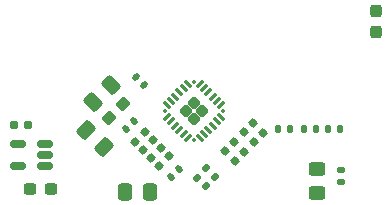
<source format=gtp>
G04 #@! TF.GenerationSoftware,KiCad,Pcbnew,9.0.4*
G04 #@! TF.CreationDate,2025-08-20T18:41:51-04:00*
G04 #@! TF.ProjectId,tac5212_audio_board_single_ended,74616335-3231-4325-9f61-7564696f5f62,rev?*
G04 #@! TF.SameCoordinates,Original*
G04 #@! TF.FileFunction,Paste,Top*
G04 #@! TF.FilePolarity,Positive*
%FSLAX46Y46*%
G04 Gerber Fmt 4.6, Leading zero omitted, Abs format (unit mm)*
G04 Created by KiCad (PCBNEW 9.0.4) date 2025-08-20 18:41:51*
%MOMM*%
%LPD*%
G01*
G04 APERTURE LIST*
G04 Aperture macros list*
%AMRoundRect*
0 Rectangle with rounded corners*
0 $1 Rounding radius*
0 $2 $3 $4 $5 $6 $7 $8 $9 X,Y pos of 4 corners*
0 Add a 4 corners polygon primitive as box body*
4,1,4,$2,$3,$4,$5,$6,$7,$8,$9,$2,$3,0*
0 Add four circle primitives for the rounded corners*
1,1,$1+$1,$2,$3*
1,1,$1+$1,$4,$5*
1,1,$1+$1,$6,$7*
1,1,$1+$1,$8,$9*
0 Add four rect primitives between the rounded corners*
20,1,$1+$1,$2,$3,$4,$5,0*
20,1,$1+$1,$4,$5,$6,$7,0*
20,1,$1+$1,$6,$7,$8,$9,0*
20,1,$1+$1,$8,$9,$2,$3,0*%
%AMFreePoly0*
4,1,25,0.251037,0.433748,0.282717,0.409439,0.409439,0.282717,0.449030,0.214145,0.454242,0.174554,0.454242,-0.174554,0.433748,-0.251037,0.409439,-0.282717,0.282717,-0.409439,0.214145,-0.449030,0.174554,-0.454242,-0.174554,-0.454242,-0.251037,-0.433748,-0.282717,-0.409439,-0.409439,-0.282717,-0.449030,-0.214145,-0.454242,-0.174554,-0.454242,0.174554,-0.433748,0.251037,-0.409439,0.282717,
-0.282717,0.409439,-0.214145,0.449030,-0.174554,0.454242,0.174554,0.454242,0.251037,0.433748,0.251037,0.433748,$1*%
G04 Aperture macros list end*
%ADD10RoundRect,0.160000X-0.252791X0.026517X0.026517X-0.252791X0.252791X-0.026517X-0.026517X0.252791X0*%
%ADD11RoundRect,0.135000X-0.226274X-0.035355X-0.035355X-0.226274X0.226274X0.035355X0.035355X0.226274X0*%
%ADD12RoundRect,0.250000X0.337500X0.475000X-0.337500X0.475000X-0.337500X-0.475000X0.337500X-0.475000X0*%
%ADD13RoundRect,0.160000X0.026517X0.252791X-0.252791X-0.026517X-0.026517X-0.252791X0.252791X0.026517X0*%
%ADD14RoundRect,0.140000X0.219203X0.021213X0.021213X0.219203X-0.219203X-0.021213X-0.021213X-0.219203X0*%
%ADD15RoundRect,0.250000X0.574524X0.097227X0.097227X0.574524X-0.574524X-0.097227X-0.097227X-0.574524X0*%
%ADD16RoundRect,0.150000X0.512500X0.150000X-0.512500X0.150000X-0.512500X-0.150000X0.512500X-0.150000X0*%
%ADD17RoundRect,0.135000X-0.185000X0.135000X-0.185000X-0.135000X0.185000X-0.135000X0.185000X0.135000X0*%
%ADD18RoundRect,0.237500X0.237500X-0.300000X0.237500X0.300000X-0.237500X0.300000X-0.237500X-0.300000X0*%
%ADD19RoundRect,0.140000X-0.021213X0.219203X-0.219203X0.021213X0.021213X-0.219203X0.219203X-0.021213X0*%
%ADD20RoundRect,0.250000X-0.097227X0.574524X-0.574524X0.097227X0.097227X-0.574524X0.574524X-0.097227X0*%
%ADD21RoundRect,0.250000X-0.450000X0.325000X-0.450000X-0.325000X0.450000X-0.325000X0.450000X0.325000X0*%
%ADD22FreePoly0,45.000000*%
%ADD23RoundRect,0.062500X-0.185616X-0.274004X0.274004X0.185616X0.185616X0.274004X-0.274004X-0.185616X0*%
%ADD24RoundRect,0.062500X0.185616X-0.274004X0.274004X-0.185616X-0.185616X0.274004X-0.274004X0.185616X0*%
%ADD25RoundRect,0.062500X0.000000X-0.088388X0.088388X0.000000X0.000000X0.088388X-0.088388X0.000000X0*%
%ADD26RoundRect,0.237500X-0.300000X-0.237500X0.300000X-0.237500X0.300000X0.237500X-0.300000X0.237500X0*%
%ADD27RoundRect,0.135000X-0.135000X-0.185000X0.135000X-0.185000X0.135000X0.185000X-0.135000X0.185000X0*%
%ADD28RoundRect,0.237500X-0.044194X-0.380070X0.380070X0.044194X0.044194X0.380070X-0.380070X-0.044194X0*%
%ADD29RoundRect,0.135000X0.135000X0.185000X-0.135000X0.185000X-0.135000X-0.185000X0.135000X-0.185000X0*%
%ADD30RoundRect,0.160000X0.197500X0.160000X-0.197500X0.160000X-0.197500X-0.160000X0.197500X-0.160000X0*%
%ADD31RoundRect,0.135000X0.226274X0.035355X0.035355X0.226274X-0.226274X-0.035355X-0.035355X-0.226274X0*%
G04 APERTURE END LIST*
D10*
G04 #@! TO.C,R113*
X27222496Y7777504D03*
X26377504Y8622496D03*
G04 #@! TD*
D11*
G04 #@! TO.C,R121*
X23239376Y5560624D03*
X23960624Y4839376D03*
G04 #@! TD*
D10*
G04 #@! TO.C,R112*
X28022496Y8577504D03*
X27177504Y9422496D03*
G04 #@! TD*
D12*
G04 #@! TO.C,C111*
X19237500Y4400000D03*
X17162500Y4400000D03*
G04 #@! TD*
D10*
G04 #@! TO.C,R114*
X26422496Y6977504D03*
X25577504Y7822496D03*
G04 #@! TD*
D13*
G04 #@! TO.C,R115*
X18645334Y7891296D03*
X19490326Y8736288D03*
G04 #@! TD*
D14*
G04 #@! TO.C,C109*
X18739411Y13460589D03*
X18060589Y14139411D03*
G04 #@! TD*
D15*
G04 #@! TO.C,C115*
X15333623Y8166377D03*
X13866377Y9633623D03*
G04 #@! TD*
D16*
G04 #@! TO.C,U108*
X10337500Y6550000D03*
X10337500Y7500000D03*
X10337500Y8450000D03*
X8062500Y8450000D03*
X8062500Y6550000D03*
G04 #@! TD*
D13*
G04 #@! TO.C,R118*
X19988837Y6547793D03*
X20833829Y7392785D03*
G04 #@! TD*
D17*
G04 #@! TO.C,R126*
X35400000Y6210000D03*
X35400000Y5190000D03*
G04 #@! TD*
D18*
G04 #@! TO.C,C118*
X38400000Y17937500D03*
X38400000Y19662500D03*
G04 #@! TD*
D19*
G04 #@! TO.C,C116*
X17939411Y10339411D03*
X17260589Y9660589D03*
G04 #@! TD*
D20*
G04 #@! TO.C,C108*
X15933623Y13433623D03*
X14466377Y11966377D03*
G04 #@! TD*
D21*
G04 #@! TO.C,D116*
X33375000Y6350000D03*
X33375000Y4300000D03*
G04 #@! TD*
D22*
G04 #@! TO.C,TAC5212*
X22279604Y11214486D03*
X22969033Y10525057D03*
X22969033Y11903915D03*
X23658462Y11214486D03*
D23*
X20679775Y10692995D03*
X21033328Y10339441D03*
X21386882Y9985888D03*
X21740435Y9632335D03*
X22093988Y9278781D03*
X22447542Y8925228D03*
D24*
X23490524Y8925228D03*
X23844078Y9278781D03*
X24197631Y9632335D03*
X24551184Y9985888D03*
X24904738Y10339441D03*
X25258291Y10692995D03*
D23*
X25258291Y11735977D03*
X24904738Y12089531D03*
X24551184Y12443084D03*
X24197631Y12796637D03*
X23844078Y13150191D03*
X23490524Y13503744D03*
D24*
X22447542Y13503744D03*
X22093988Y13150191D03*
X21740435Y12796637D03*
X21386882Y12443084D03*
X21033328Y12089531D03*
X20679775Y11735977D03*
D25*
X20536586Y11214486D03*
X22969033Y8782039D03*
X25401480Y11214486D03*
X22969033Y13646933D03*
G04 #@! TD*
D19*
G04 #@! TO.C,C112*
X21739411Y6339411D03*
X21060589Y5660589D03*
G04 #@! TD*
D10*
G04 #@! TO.C,R110*
X28822496Y9377504D03*
X27977504Y10222496D03*
G04 #@! TD*
D26*
G04 #@! TO.C,C128*
X9137500Y4600000D03*
X10862500Y4600000D03*
G04 #@! TD*
D27*
G04 #@! TO.C,R123*
X34290000Y9700000D03*
X35310000Y9700000D03*
G04 #@! TD*
D28*
G04 #@! TO.C,C119*
X15790120Y10590120D03*
X17009880Y11809880D03*
G04 #@! TD*
D29*
G04 #@! TO.C,R124*
X31110000Y9700000D03*
X30090000Y9700000D03*
G04 #@! TD*
D13*
G04 #@! TO.C,R119*
X17973583Y8563048D03*
X18818575Y9408040D03*
G04 #@! TD*
G04 #@! TO.C,R117*
X19317086Y7219545D03*
X20162078Y8064537D03*
G04 #@! TD*
D29*
G04 #@! TO.C,R122*
X33310000Y9700000D03*
X32290000Y9700000D03*
G04 #@! TD*
D30*
G04 #@! TO.C,R125*
X7702500Y10000000D03*
X8897500Y10000000D03*
G04 #@! TD*
D31*
G04 #@! TO.C,R120*
X24760624Y5639376D03*
X24039376Y6360624D03*
G04 #@! TD*
M02*

</source>
